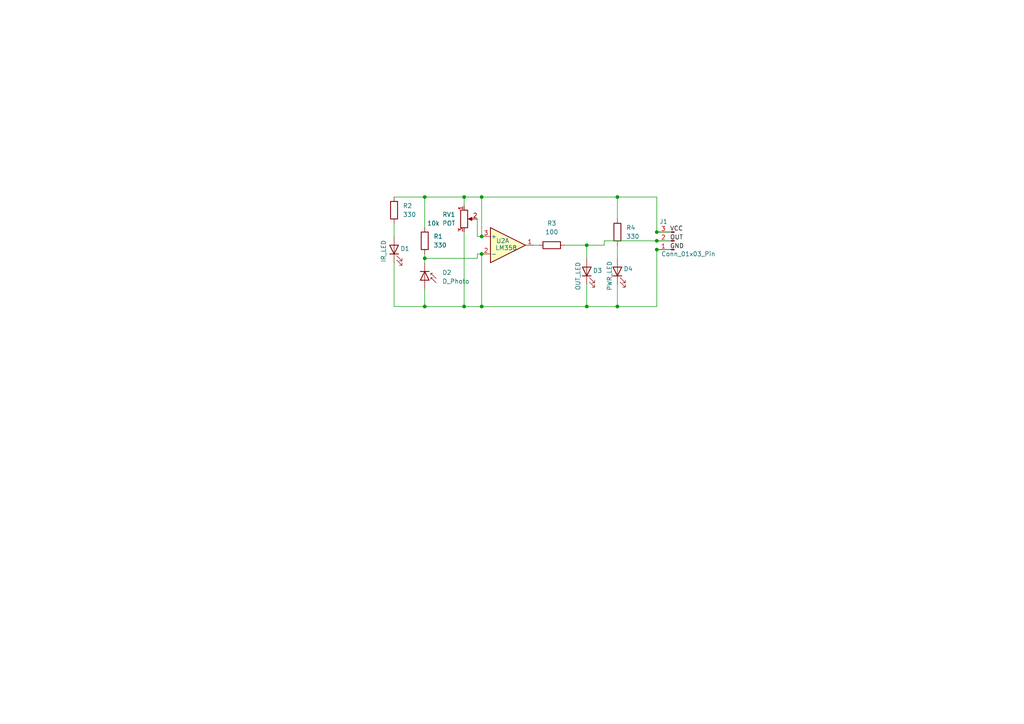
<source format=kicad_sch>
(kicad_sch
	(version 20250114)
	(generator "eeschema")
	(generator_version "9.0")
	(uuid "dcdb57a7-2f11-4c78-99ca-7806283c68d6")
	(paper "A4")
	(lib_symbols
		(symbol "Amplifier_Operational:LM358"
			(pin_names
				(offset 0.127)
			)
			(exclude_from_sim no)
			(in_bom yes)
			(on_board yes)
			(property "Reference" "U"
				(at 0 5.08 0)
				(effects
					(font
						(size 1.27 1.27)
					)
					(justify left)
				)
			)
			(property "Value" "LM358"
				(at 0 -5.08 0)
				(effects
					(font
						(size 1.27 1.27)
					)
					(justify left)
				)
			)
			(property "Footprint" ""
				(at 0 0 0)
				(effects
					(font
						(size 1.27 1.27)
					)
					(hide yes)
				)
			)
			(property "Datasheet" "http://www.ti.com/lit/ds/symlink/lm2904-n.pdf"
				(at 0 0 0)
				(effects
					(font
						(size 1.27 1.27)
					)
					(hide yes)
				)
			)
			(property "Description" "Low-Power, Dual Operational Amplifiers, DIP-8/SOIC-8/TO-99-8"
				(at 0 0 0)
				(effects
					(font
						(size 1.27 1.27)
					)
					(hide yes)
				)
			)
			(property "ki_locked" ""
				(at 0 0 0)
				(effects
					(font
						(size 1.27 1.27)
					)
				)
			)
			(property "ki_keywords" "dual opamp"
				(at 0 0 0)
				(effects
					(font
						(size 1.27 1.27)
					)
					(hide yes)
				)
			)
			(property "ki_fp_filters" "SOIC*3.9x4.9mm*P1.27mm* DIP*W7.62mm* TO*99* OnSemi*Micro8* TSSOP*3x3mm*P0.65mm* TSSOP*4.4x3mm*P0.65mm* MSOP*3x3mm*P0.65mm* SSOP*3.9x4.9mm*P0.635mm* LFCSP*2x2mm*P0.5mm* *SIP* SOIC*5.3x6.2mm*P1.27mm*"
				(at 0 0 0)
				(effects
					(font
						(size 1.27 1.27)
					)
					(hide yes)
				)
			)
			(symbol "LM358_1_1"
				(polyline
					(pts
						(xy -5.08 5.08) (xy 5.08 0) (xy -5.08 -5.08) (xy -5.08 5.08)
					)
					(stroke
						(width 0.254)
						(type default)
					)
					(fill
						(type background)
					)
				)
				(pin input line
					(at -7.62 2.54 0)
					(length 2.54)
					(name "+"
						(effects
							(font
								(size 1.27 1.27)
							)
						)
					)
					(number "3"
						(effects
							(font
								(size 1.27 1.27)
							)
						)
					)
				)
				(pin input line
					(at -7.62 -2.54 0)
					(length 2.54)
					(name "-"
						(effects
							(font
								(size 1.27 1.27)
							)
						)
					)
					(number "2"
						(effects
							(font
								(size 1.27 1.27)
							)
						)
					)
				)
				(pin output line
					(at 7.62 0 180)
					(length 2.54)
					(name "~"
						(effects
							(font
								(size 1.27 1.27)
							)
						)
					)
					(number "1"
						(effects
							(font
								(size 1.27 1.27)
							)
						)
					)
				)
			)
			(symbol "LM358_2_1"
				(polyline
					(pts
						(xy -5.08 5.08) (xy 5.08 0) (xy -5.08 -5.08) (xy -5.08 5.08)
					)
					(stroke
						(width 0.254)
						(type default)
					)
					(fill
						(type background)
					)
				)
				(pin input line
					(at -7.62 2.54 0)
					(length 2.54)
					(name "+"
						(effects
							(font
								(size 1.27 1.27)
							)
						)
					)
					(number "5"
						(effects
							(font
								(size 1.27 1.27)
							)
						)
					)
				)
				(pin input line
					(at -7.62 -2.54 0)
					(length 2.54)
					(name "-"
						(effects
							(font
								(size 1.27 1.27)
							)
						)
					)
					(number "6"
						(effects
							(font
								(size 1.27 1.27)
							)
						)
					)
				)
				(pin output line
					(at 7.62 0 180)
					(length 2.54)
					(name "~"
						(effects
							(font
								(size 1.27 1.27)
							)
						)
					)
					(number "7"
						(effects
							(font
								(size 1.27 1.27)
							)
						)
					)
				)
			)
			(symbol "LM358_3_1"
				(pin power_in line
					(at -2.54 7.62 270)
					(length 3.81)
					(name "V+"
						(effects
							(font
								(size 1.27 1.27)
							)
						)
					)
					(number "8"
						(effects
							(font
								(size 1.27 1.27)
							)
						)
					)
				)
				(pin power_in line
					(at -2.54 -7.62 90)
					(length 3.81)
					(name "V-"
						(effects
							(font
								(size 1.27 1.27)
							)
						)
					)
					(number "4"
						(effects
							(font
								(size 1.27 1.27)
							)
						)
					)
				)
			)
			(embedded_fonts no)
		)
		(symbol "Connector:Conn_01x03_Pin"
			(pin_names
				(offset 1.016)
				(hide yes)
			)
			(exclude_from_sim no)
			(in_bom yes)
			(on_board yes)
			(property "Reference" "J"
				(at 0 5.08 0)
				(effects
					(font
						(size 1.27 1.27)
					)
				)
			)
			(property "Value" "Conn_01x03_Pin"
				(at 0 -5.08 0)
				(effects
					(font
						(size 1.27 1.27)
					)
				)
			)
			(property "Footprint" ""
				(at 0 0 0)
				(effects
					(font
						(size 1.27 1.27)
					)
					(hide yes)
				)
			)
			(property "Datasheet" "~"
				(at 0 0 0)
				(effects
					(font
						(size 1.27 1.27)
					)
					(hide yes)
				)
			)
			(property "Description" "Generic connector, single row, 01x03, script generated"
				(at 0 0 0)
				(effects
					(font
						(size 1.27 1.27)
					)
					(hide yes)
				)
			)
			(property "ki_locked" ""
				(at 0 0 0)
				(effects
					(font
						(size 1.27 1.27)
					)
				)
			)
			(property "ki_keywords" "connector"
				(at 0 0 0)
				(effects
					(font
						(size 1.27 1.27)
					)
					(hide yes)
				)
			)
			(property "ki_fp_filters" "Connector*:*_1x??_*"
				(at 0 0 0)
				(effects
					(font
						(size 1.27 1.27)
					)
					(hide yes)
				)
			)
			(symbol "Conn_01x03_Pin_1_1"
				(rectangle
					(start 0.8636 2.667)
					(end 0 2.413)
					(stroke
						(width 0.1524)
						(type default)
					)
					(fill
						(type outline)
					)
				)
				(rectangle
					(start 0.8636 0.127)
					(end 0 -0.127)
					(stroke
						(width 0.1524)
						(type default)
					)
					(fill
						(type outline)
					)
				)
				(rectangle
					(start 0.8636 -2.413)
					(end 0 -2.667)
					(stroke
						(width 0.1524)
						(type default)
					)
					(fill
						(type outline)
					)
				)
				(polyline
					(pts
						(xy 1.27 2.54) (xy 0.8636 2.54)
					)
					(stroke
						(width 0.1524)
						(type default)
					)
					(fill
						(type none)
					)
				)
				(polyline
					(pts
						(xy 1.27 0) (xy 0.8636 0)
					)
					(stroke
						(width 0.1524)
						(type default)
					)
					(fill
						(type none)
					)
				)
				(polyline
					(pts
						(xy 1.27 -2.54) (xy 0.8636 -2.54)
					)
					(stroke
						(width 0.1524)
						(type default)
					)
					(fill
						(type none)
					)
				)
				(pin passive line
					(at 5.08 2.54 180)
					(length 3.81)
					(name "Pin_1"
						(effects
							(font
								(size 1.27 1.27)
							)
						)
					)
					(number "1"
						(effects
							(font
								(size 1.27 1.27)
							)
						)
					)
				)
				(pin passive line
					(at 5.08 0 180)
					(length 3.81)
					(name "Pin_2"
						(effects
							(font
								(size 1.27 1.27)
							)
						)
					)
					(number "2"
						(effects
							(font
								(size 1.27 1.27)
							)
						)
					)
				)
				(pin passive line
					(at 5.08 -2.54 180)
					(length 3.81)
					(name "Pin_3"
						(effects
							(font
								(size 1.27 1.27)
							)
						)
					)
					(number "3"
						(effects
							(font
								(size 1.27 1.27)
							)
						)
					)
				)
			)
			(embedded_fonts no)
		)
		(symbol "Device:D_Photo"
			(pin_numbers
				(hide yes)
			)
			(pin_names
				(hide yes)
			)
			(exclude_from_sim no)
			(in_bom yes)
			(on_board yes)
			(property "Reference" "D"
				(at 0.508 1.778 0)
				(effects
					(font
						(size 1.27 1.27)
					)
					(justify left)
				)
			)
			(property "Value" "D_Photo"
				(at -1.016 -2.794 0)
				(effects
					(font
						(size 1.27 1.27)
					)
				)
			)
			(property "Footprint" ""
				(at -1.27 0 0)
				(effects
					(font
						(size 1.27 1.27)
					)
					(hide yes)
				)
			)
			(property "Datasheet" "~"
				(at -1.27 0 0)
				(effects
					(font
						(size 1.27 1.27)
					)
					(hide yes)
				)
			)
			(property "Description" "Photodiode"
				(at 0 0 0)
				(effects
					(font
						(size 1.27 1.27)
					)
					(hide yes)
				)
			)
			(property "ki_keywords" "photodiode diode opto"
				(at 0 0 0)
				(effects
					(font
						(size 1.27 1.27)
					)
					(hide yes)
				)
			)
			(symbol "D_Photo_0_1"
				(polyline
					(pts
						(xy -2.54 1.27) (xy -2.54 -1.27)
					)
					(stroke
						(width 0.254)
						(type default)
					)
					(fill
						(type none)
					)
				)
				(polyline
					(pts
						(xy -2.032 1.778) (xy -1.524 1.778)
					)
					(stroke
						(width 0)
						(type default)
					)
					(fill
						(type none)
					)
				)
				(polyline
					(pts
						(xy -0.508 3.302) (xy -2.032 1.778) (xy -2.032 2.286)
					)
					(stroke
						(width 0)
						(type default)
					)
					(fill
						(type none)
					)
				)
				(polyline
					(pts
						(xy 0 0) (xy -2.54 0)
					)
					(stroke
						(width 0)
						(type default)
					)
					(fill
						(type none)
					)
				)
				(polyline
					(pts
						(xy 0 -1.27) (xy 0 1.27) (xy -2.54 0) (xy 0 -1.27)
					)
					(stroke
						(width 0.254)
						(type default)
					)
					(fill
						(type none)
					)
				)
				(polyline
					(pts
						(xy 0.762 3.302) (xy -0.762 1.778) (xy -0.762 2.286) (xy -0.762 1.778) (xy -0.254 1.778)
					)
					(stroke
						(width 0)
						(type default)
					)
					(fill
						(type none)
					)
				)
			)
			(symbol "D_Photo_1_1"
				(pin passive line
					(at -5.08 0 0)
					(length 2.54)
					(name "K"
						(effects
							(font
								(size 1.27 1.27)
							)
						)
					)
					(number "1"
						(effects
							(font
								(size 1.27 1.27)
							)
						)
					)
				)
				(pin passive line
					(at 2.54 0 180)
					(length 2.54)
					(name "A"
						(effects
							(font
								(size 1.27 1.27)
							)
						)
					)
					(number "2"
						(effects
							(font
								(size 1.27 1.27)
							)
						)
					)
				)
			)
			(embedded_fonts no)
		)
		(symbol "Device:LED"
			(pin_numbers
				(hide yes)
			)
			(pin_names
				(offset 1.016)
				(hide yes)
			)
			(exclude_from_sim no)
			(in_bom yes)
			(on_board yes)
			(property "Reference" "D"
				(at 0 2.54 0)
				(effects
					(font
						(size 1.27 1.27)
					)
				)
			)
			(property "Value" "LED"
				(at 0 -2.54 0)
				(effects
					(font
						(size 1.27 1.27)
					)
				)
			)
			(property "Footprint" ""
				(at 0 0 0)
				(effects
					(font
						(size 1.27 1.27)
					)
					(hide yes)
				)
			)
			(property "Datasheet" "~"
				(at 0 0 0)
				(effects
					(font
						(size 1.27 1.27)
					)
					(hide yes)
				)
			)
			(property "Description" "Light emitting diode"
				(at 0 0 0)
				(effects
					(font
						(size 1.27 1.27)
					)
					(hide yes)
				)
			)
			(property "Sim.Pins" "1=K 2=A"
				(at 0 0 0)
				(effects
					(font
						(size 1.27 1.27)
					)
					(hide yes)
				)
			)
			(property "ki_keywords" "LED diode"
				(at 0 0 0)
				(effects
					(font
						(size 1.27 1.27)
					)
					(hide yes)
				)
			)
			(property "ki_fp_filters" "LED* LED_SMD:* LED_THT:*"
				(at 0 0 0)
				(effects
					(font
						(size 1.27 1.27)
					)
					(hide yes)
				)
			)
			(symbol "LED_0_1"
				(polyline
					(pts
						(xy -3.048 -0.762) (xy -4.572 -2.286) (xy -3.81 -2.286) (xy -4.572 -2.286) (xy -4.572 -1.524)
					)
					(stroke
						(width 0)
						(type default)
					)
					(fill
						(type none)
					)
				)
				(polyline
					(pts
						(xy -1.778 -0.762) (xy -3.302 -2.286) (xy -2.54 -2.286) (xy -3.302 -2.286) (xy -3.302 -1.524)
					)
					(stroke
						(width 0)
						(type default)
					)
					(fill
						(type none)
					)
				)
				(polyline
					(pts
						(xy -1.27 0) (xy 1.27 0)
					)
					(stroke
						(width 0)
						(type default)
					)
					(fill
						(type none)
					)
				)
				(polyline
					(pts
						(xy -1.27 -1.27) (xy -1.27 1.27)
					)
					(stroke
						(width 0.254)
						(type default)
					)
					(fill
						(type none)
					)
				)
				(polyline
					(pts
						(xy 1.27 -1.27) (xy 1.27 1.27) (xy -1.27 0) (xy 1.27 -1.27)
					)
					(stroke
						(width 0.254)
						(type default)
					)
					(fill
						(type none)
					)
				)
			)
			(symbol "LED_1_1"
				(pin passive line
					(at -3.81 0 0)
					(length 2.54)
					(name "K"
						(effects
							(font
								(size 1.27 1.27)
							)
						)
					)
					(number "1"
						(effects
							(font
								(size 1.27 1.27)
							)
						)
					)
				)
				(pin passive line
					(at 3.81 0 180)
					(length 2.54)
					(name "A"
						(effects
							(font
								(size 1.27 1.27)
							)
						)
					)
					(number "2"
						(effects
							(font
								(size 1.27 1.27)
							)
						)
					)
				)
			)
			(embedded_fonts no)
		)
		(symbol "Device:R"
			(pin_numbers
				(hide yes)
			)
			(pin_names
				(offset 0)
			)
			(exclude_from_sim no)
			(in_bom yes)
			(on_board yes)
			(property "Reference" "R"
				(at 2.032 0 90)
				(effects
					(font
						(size 1.27 1.27)
					)
				)
			)
			(property "Value" "R"
				(at 0 0 90)
				(effects
					(font
						(size 1.27 1.27)
					)
				)
			)
			(property "Footprint" ""
				(at -1.778 0 90)
				(effects
					(font
						(size 1.27 1.27)
					)
					(hide yes)
				)
			)
			(property "Datasheet" "~"
				(at 0 0 0)
				(effects
					(font
						(size 1.27 1.27)
					)
					(hide yes)
				)
			)
			(property "Description" "Resistor"
				(at 0 0 0)
				(effects
					(font
						(size 1.27 1.27)
					)
					(hide yes)
				)
			)
			(property "ki_keywords" "R res resistor"
				(at 0 0 0)
				(effects
					(font
						(size 1.27 1.27)
					)
					(hide yes)
				)
			)
			(property "ki_fp_filters" "R_*"
				(at 0 0 0)
				(effects
					(font
						(size 1.27 1.27)
					)
					(hide yes)
				)
			)
			(symbol "R_0_1"
				(rectangle
					(start -1.016 -2.54)
					(end 1.016 2.54)
					(stroke
						(width 0.254)
						(type default)
					)
					(fill
						(type none)
					)
				)
			)
			(symbol "R_1_1"
				(pin passive line
					(at 0 3.81 270)
					(length 1.27)
					(name "~"
						(effects
							(font
								(size 1.27 1.27)
							)
						)
					)
					(number "1"
						(effects
							(font
								(size 1.27 1.27)
							)
						)
					)
				)
				(pin passive line
					(at 0 -3.81 90)
					(length 1.27)
					(name "~"
						(effects
							(font
								(size 1.27 1.27)
							)
						)
					)
					(number "2"
						(effects
							(font
								(size 1.27 1.27)
							)
						)
					)
				)
			)
			(embedded_fonts no)
		)
		(symbol "Device:R_Potentiometer"
			(pin_names
				(offset 1.016)
				(hide yes)
			)
			(exclude_from_sim no)
			(in_bom yes)
			(on_board yes)
			(property "Reference" "RV"
				(at -4.445 0 90)
				(effects
					(font
						(size 1.27 1.27)
					)
				)
			)
			(property "Value" "R_Potentiometer"
				(at -2.54 0 90)
				(effects
					(font
						(size 1.27 1.27)
					)
				)
			)
			(property "Footprint" ""
				(at 0 0 0)
				(effects
					(font
						(size 1.27 1.27)
					)
					(hide yes)
				)
			)
			(property "Datasheet" "~"
				(at 0 0 0)
				(effects
					(font
						(size 1.27 1.27)
					)
					(hide yes)
				)
			)
			(property "Description" "Potentiometer"
				(at 0 0 0)
				(effects
					(font
						(size 1.27 1.27)
					)
					(hide yes)
				)
			)
			(property "ki_keywords" "resistor variable"
				(at 0 0 0)
				(effects
					(font
						(size 1.27 1.27)
					)
					(hide yes)
				)
			)
			(property "ki_fp_filters" "Potentiometer*"
				(at 0 0 0)
				(effects
					(font
						(size 1.27 1.27)
					)
					(hide yes)
				)
			)
			(symbol "R_Potentiometer_0_1"
				(rectangle
					(start 1.016 2.54)
					(end -1.016 -2.54)
					(stroke
						(width 0.254)
						(type default)
					)
					(fill
						(type none)
					)
				)
				(polyline
					(pts
						(xy 1.143 0) (xy 2.286 0.508) (xy 2.286 -0.508) (xy 1.143 0)
					)
					(stroke
						(width 0)
						(type default)
					)
					(fill
						(type outline)
					)
				)
				(polyline
					(pts
						(xy 2.54 0) (xy 1.524 0)
					)
					(stroke
						(width 0)
						(type default)
					)
					(fill
						(type none)
					)
				)
			)
			(symbol "R_Potentiometer_1_1"
				(pin passive line
					(at 0 3.81 270)
					(length 1.27)
					(name "1"
						(effects
							(font
								(size 1.27 1.27)
							)
						)
					)
					(number "1"
						(effects
							(font
								(size 1.27 1.27)
							)
						)
					)
				)
				(pin passive line
					(at 0 -3.81 90)
					(length 1.27)
					(name "3"
						(effects
							(font
								(size 1.27 1.27)
							)
						)
					)
					(number "3"
						(effects
							(font
								(size 1.27 1.27)
							)
						)
					)
				)
				(pin passive line
					(at 3.81 0 180)
					(length 1.27)
					(name "2"
						(effects
							(font
								(size 1.27 1.27)
							)
						)
					)
					(number "2"
						(effects
							(font
								(size 1.27 1.27)
							)
						)
					)
				)
			)
			(embedded_fonts no)
		)
	)
	(junction
		(at 134.62 57.15)
		(diameter 0)
		(color 0 0 0 0)
		(uuid "00f350d5-cf47-4363-ae5c-a62ef89ae50a")
	)
	(junction
		(at 139.7 68.58)
		(diameter 0)
		(color 0 0 0 0)
		(uuid "26c4d2a3-2ef0-4b04-b3d6-4b83937bc692")
	)
	(junction
		(at 139.7 57.15)
		(diameter 0)
		(color 0 0 0 0)
		(uuid "3b767ce7-872c-436a-9674-95d2760d281a")
	)
	(junction
		(at 123.19 88.9)
		(diameter 0)
		(color 0 0 0 0)
		(uuid "47c34a8b-d649-4840-bb1d-82d8453a07e8")
	)
	(junction
		(at 170.18 88.9)
		(diameter 0)
		(color 0 0 0 0)
		(uuid "558d361f-3714-4809-a7d0-5dda808cfa5c")
	)
	(junction
		(at 139.7 73.66)
		(diameter 0)
		(color 0 0 0 0)
		(uuid "62d004dc-3d0b-4bdf-bacf-5ade9d6b67dd")
	)
	(junction
		(at 170.18 71.12)
		(diameter 0)
		(color 0 0 0 0)
		(uuid "62f8fb77-2de6-43d3-8418-1b3eb3bfbbf2")
	)
	(junction
		(at 190.5 69.85)
		(diameter 0)
		(color 0 0 0 0)
		(uuid "818b1662-1979-4fa6-8253-a4a60643cace")
	)
	(junction
		(at 190.5 72.39)
		(diameter 0)
		(color 0 0 0 0)
		(uuid "9a26354c-3b2e-45c1-9156-a5fbfd4e09a3")
	)
	(junction
		(at 179.07 57.15)
		(diameter 0)
		(color 0 0 0 0)
		(uuid "ada885f5-b5d6-45e2-90ef-bc68d849a684")
	)
	(junction
		(at 190.5 67.31)
		(diameter 0)
		(color 0 0 0 0)
		(uuid "b071ced9-4908-4d4a-8fcd-13df5c0c915e")
	)
	(junction
		(at 139.7 88.9)
		(diameter 0)
		(color 0 0 0 0)
		(uuid "b37a9151-9bf0-4853-b872-b411fe5c02f0")
	)
	(junction
		(at 179.07 88.9)
		(diameter 0)
		(color 0 0 0 0)
		(uuid "d09c48c9-d5af-4557-b7ba-41b31da77145")
	)
	(junction
		(at 134.62 88.9)
		(diameter 0)
		(color 0 0 0 0)
		(uuid "d1085fdd-76ea-4df4-8d12-d22bf0ff6b01")
	)
	(junction
		(at 123.19 74.93)
		(diameter 0)
		(color 0 0 0 0)
		(uuid "f85ea141-b320-4c69-9ea1-aa68580dbba1")
	)
	(junction
		(at 123.19 57.15)
		(diameter 0)
		(color 0 0 0 0)
		(uuid "f8ab44a1-8416-419f-ae46-d19a65667bb7")
	)
	(wire
		(pts
			(xy 138.43 63.5) (xy 138.43 68.58)
		)
		(stroke
			(width 0)
			(type default)
		)
		(uuid "03197c9c-b9c7-47bb-ac7e-f2199340dd5d")
	)
	(wire
		(pts
			(xy 138.43 73.66) (xy 139.7 73.66)
		)
		(stroke
			(width 0)
			(type default)
		)
		(uuid "11218078-5f13-4815-951c-ae2443b54c69")
	)
	(wire
		(pts
			(xy 134.62 67.31) (xy 134.62 88.9)
		)
		(stroke
			(width 0)
			(type default)
		)
		(uuid "14a7f4bb-8d04-47df-82c4-1213af649fea")
	)
	(wire
		(pts
			(xy 154.94 71.12) (xy 156.21 71.12)
		)
		(stroke
			(width 0)
			(type default)
		)
		(uuid "1cba53fe-aa44-47de-9f66-67d33001c248")
	)
	(wire
		(pts
			(xy 179.07 88.9) (xy 190.5 88.9)
		)
		(stroke
			(width 0)
			(type default)
		)
		(uuid "24b3a909-1ac7-4fc4-9daa-2e2d46d1c8b5")
	)
	(wire
		(pts
			(xy 179.07 71.12) (xy 179.07 74.93)
		)
		(stroke
			(width 0)
			(type default)
		)
		(uuid "2510ccf3-09b4-490a-ba04-86e2c1bf4578")
	)
	(wire
		(pts
			(xy 190.5 88.9) (xy 190.5 72.39)
		)
		(stroke
			(width 0)
			(type default)
		)
		(uuid "278a858f-9789-4d51-9e9b-f53df8bf59e0")
	)
	(wire
		(pts
			(xy 139.7 57.15) (xy 179.07 57.15)
		)
		(stroke
			(width 0)
			(type default)
		)
		(uuid "27e4da3f-ac35-42e7-b154-7a71741b8b81")
	)
	(wire
		(pts
			(xy 123.19 57.15) (xy 123.19 66.04)
		)
		(stroke
			(width 0)
			(type default)
		)
		(uuid "36354132-af45-48a0-9983-8ba2cc7beb2b")
	)
	(wire
		(pts
			(xy 179.07 57.15) (xy 179.07 63.5)
		)
		(stroke
			(width 0)
			(type default)
		)
		(uuid "5718c854-fd8b-489f-a890-a636987b15e7")
	)
	(wire
		(pts
			(xy 179.07 82.55) (xy 179.07 88.9)
		)
		(stroke
			(width 0)
			(type default)
		)
		(uuid "590eaabe-2f68-48c8-9578-3c2247dd364d")
	)
	(wire
		(pts
			(xy 123.19 83.82) (xy 123.19 88.9)
		)
		(stroke
			(width 0)
			(type default)
		)
		(uuid "63fee0d4-0b7e-4e81-abfa-9cfa3623048a")
	)
	(wire
		(pts
			(xy 175.26 69.85) (xy 190.5 69.85)
		)
		(stroke
			(width 0)
			(type default)
		)
		(uuid "68b52565-62f3-4d17-9628-b1092157085a")
	)
	(wire
		(pts
			(xy 179.07 57.15) (xy 190.5 57.15)
		)
		(stroke
			(width 0)
			(type default)
		)
		(uuid "6d4f0783-b98b-400a-aa53-cde11e9f3092")
	)
	(wire
		(pts
			(xy 190.5 69.85) (xy 194.31 69.85)
		)
		(stroke
			(width 0)
			(type default)
		)
		(uuid "6d94cc82-6624-4eff-bacb-59fcec12fc39")
	)
	(wire
		(pts
			(xy 114.3 57.15) (xy 123.19 57.15)
		)
		(stroke
			(width 0)
			(type default)
		)
		(uuid "8dc0bda6-9785-41ca-b3b5-a05f8fe430e8")
	)
	(wire
		(pts
			(xy 190.5 72.39) (xy 194.31 72.39)
		)
		(stroke
			(width 0)
			(type default)
		)
		(uuid "8e09079e-6f79-4cd7-98bb-163fbf3e969c")
	)
	(wire
		(pts
			(xy 123.19 73.66) (xy 123.19 74.93)
		)
		(stroke
			(width 0)
			(type default)
		)
		(uuid "9086be36-5810-40b8-bc25-caa273818858")
	)
	(wire
		(pts
			(xy 170.18 71.12) (xy 175.26 71.12)
		)
		(stroke
			(width 0)
			(type default)
		)
		(uuid "9e398f70-dce5-4bb3-906e-6026ac2ab1a2")
	)
	(wire
		(pts
			(xy 170.18 82.55) (xy 170.18 88.9)
		)
		(stroke
			(width 0)
			(type default)
		)
		(uuid "a473ee7b-163a-4d3d-8d1c-da1e6d03d025")
	)
	(wire
		(pts
			(xy 134.62 57.15) (xy 134.62 59.69)
		)
		(stroke
			(width 0)
			(type default)
		)
		(uuid "a54e5974-51e6-4415-afd7-448ed2d5452d")
	)
	(wire
		(pts
			(xy 170.18 88.9) (xy 179.07 88.9)
		)
		(stroke
			(width 0)
			(type default)
		)
		(uuid "a57dbdfd-4513-47fe-85b2-1576e838961d")
	)
	(wire
		(pts
			(xy 194.31 67.31) (xy 190.5 67.31)
		)
		(stroke
			(width 0)
			(type default)
		)
		(uuid "a6afea72-6c3d-4fdc-b439-5171da9ac93a")
	)
	(wire
		(pts
			(xy 170.18 71.12) (xy 170.18 74.93)
		)
		(stroke
			(width 0)
			(type default)
		)
		(uuid "a6de91d6-5304-4341-b6ec-a83b3fbc9f12")
	)
	(wire
		(pts
			(xy 139.7 88.9) (xy 170.18 88.9)
		)
		(stroke
			(width 0)
			(type default)
		)
		(uuid "ad71fee3-235c-4e28-861a-ad4560f3c329")
	)
	(wire
		(pts
			(xy 139.7 57.15) (xy 139.7 68.58)
		)
		(stroke
			(width 0)
			(type default)
		)
		(uuid "b2e09d72-8ddf-4f22-ab83-3c0e9a77a299")
	)
	(wire
		(pts
			(xy 138.43 74.93) (xy 138.43 73.66)
		)
		(stroke
			(width 0)
			(type default)
		)
		(uuid "b566b7d6-a6ed-43e9-9b0a-b4af14dd7431")
	)
	(wire
		(pts
			(xy 163.83 71.12) (xy 170.18 71.12)
		)
		(stroke
			(width 0)
			(type default)
		)
		(uuid "b9613a1a-20e2-42f4-ab1b-ecbfe8161d59")
	)
	(wire
		(pts
			(xy 134.62 88.9) (xy 139.7 88.9)
		)
		(stroke
			(width 0)
			(type default)
		)
		(uuid "b9fdcd7f-58da-49da-9b9a-c4ebef285421")
	)
	(wire
		(pts
			(xy 134.62 57.15) (xy 139.7 57.15)
		)
		(stroke
			(width 0)
			(type default)
		)
		(uuid "beac5546-5cfe-49c4-a465-5090a6099e2c")
	)
	(wire
		(pts
			(xy 123.19 74.93) (xy 138.43 74.93)
		)
		(stroke
			(width 0)
			(type default)
		)
		(uuid "c0eb74a7-3f65-46d4-a1e6-298ea1ffdd5d")
	)
	(wire
		(pts
			(xy 114.3 76.2) (xy 114.3 88.9)
		)
		(stroke
			(width 0)
			(type default)
		)
		(uuid "d182aa7e-3cdc-4a75-8e88-8430e27f2939")
	)
	(wire
		(pts
			(xy 114.3 64.77) (xy 114.3 68.58)
		)
		(stroke
			(width 0)
			(type default)
		)
		(uuid "dd43b16d-eeb5-41a5-83e3-4bf36ec3879f")
	)
	(wire
		(pts
			(xy 114.3 88.9) (xy 123.19 88.9)
		)
		(stroke
			(width 0)
			(type default)
		)
		(uuid "e2a09a81-a2ac-4f66-866e-1de9d05b1fd2")
	)
	(wire
		(pts
			(xy 138.43 68.58) (xy 139.7 68.58)
		)
		(stroke
			(width 0)
			(type default)
		)
		(uuid "e7bfd784-eba2-4e24-b539-034df53521eb")
	)
	(wire
		(pts
			(xy 139.7 73.66) (xy 139.7 88.9)
		)
		(stroke
			(width 0)
			(type default)
		)
		(uuid "e828e248-7a6d-44aa-a343-14e04882ccbe")
	)
	(wire
		(pts
			(xy 123.19 74.93) (xy 123.19 76.2)
		)
		(stroke
			(width 0)
			(type default)
		)
		(uuid "e90103f0-10e6-4ffc-9997-98ff2f4fe820")
	)
	(wire
		(pts
			(xy 175.26 71.12) (xy 175.26 69.85)
		)
		(stroke
			(width 0)
			(type default)
		)
		(uuid "f24bb1b6-69cf-44b8-894e-c8497ee3a21f")
	)
	(wire
		(pts
			(xy 190.5 57.15) (xy 190.5 67.31)
		)
		(stroke
			(width 0)
			(type default)
		)
		(uuid "f73da299-3ba8-473d-ba28-e00b5d51c7d1")
	)
	(wire
		(pts
			(xy 123.19 88.9) (xy 134.62 88.9)
		)
		(stroke
			(width 0)
			(type default)
		)
		(uuid "fbd5dc9a-93ae-4794-a793-c12e4869533a")
	)
	(wire
		(pts
			(xy 123.19 57.15) (xy 134.62 57.15)
		)
		(stroke
			(width 0)
			(type default)
		)
		(uuid "feef5e08-f95b-4ca5-b491-277cf667880c")
	)
	(label "OUT"
		(at 194.31 69.85 0)
		(effects
			(font
				(size 1.27 1.27)
			)
			(justify left bottom)
		)
		(uuid "0a428db5-f918-460c-a004-a2170c740ea5")
	)
	(label "GND"
		(at 194.31 72.39 0)
		(effects
			(font
				(size 1.27 1.27)
			)
			(justify left bottom)
		)
		(uuid "51001436-05f7-401d-a59d-fdb57a70e2bd")
	)
	(label "VCC"
		(at 194.31 67.31 0)
		(effects
			(font
				(size 1.27 1.27)
			)
			(justify left bottom)
		)
		(uuid "ddfcdc56-fbe3-4a5e-a474-9d4c3dff3185")
	)
	(symbol
		(lib_id "Device:R")
		(at 179.07 67.31 180)
		(unit 1)
		(exclude_from_sim no)
		(in_bom yes)
		(on_board yes)
		(dnp no)
		(fields_autoplaced yes)
		(uuid "04a4d7f2-b47e-44aa-a0bd-b839ba2365e9")
		(property "Reference" "R4"
			(at 181.61 66.0399 0)
			(effects
				(font
					(size 1.27 1.27)
				)
				(justify right)
			)
		)
		(property "Value" "330"
			(at 181.61 68.5799 0)
			(effects
				(font
					(size 1.27 1.27)
				)
				(justify right)
			)
		)
		(property "Footprint" "Resistor_SMD:R_0805_2012Metric"
			(at 180.848 67.31 90)
			(effects
				(font
					(size 1.27 1.27)
				)
				(hide yes)
			)
		)
		(property "Datasheet" "~"
			(at 179.07 67.31 0)
			(effects
				(font
					(size 1.27 1.27)
				)
				(hide yes)
			)
		)
		(property "Description" "Resistor"
			(at 179.07 67.31 0)
			(effects
				(font
					(size 1.27 1.27)
				)
				(hide yes)
			)
		)
		(pin "2"
			(uuid "9ce69757-78f3-4e23-9376-5a3488a2a7ff")
		)
		(pin "1"
			(uuid "4b26c1c0-0552-459d-b720-ace0254ff959")
		)
		(instances
			(project "2-Layer-Proximity-PCB"
				(path "/dcdb57a7-2f11-4c78-99ca-7806283c68d6"
					(reference "R4")
					(unit 1)
				)
			)
		)
	)
	(symbol
		(lib_id "Device:LED")
		(at 114.3 72.39 90)
		(unit 1)
		(exclude_from_sim no)
		(in_bom yes)
		(on_board yes)
		(dnp no)
		(uuid "1fa58522-dcb9-47f3-a897-1053684e33c4")
		(property "Reference" "D1"
			(at 116.078 72.136 90)
			(effects
				(font
					(size 1.27 1.27)
				)
				(justify right)
			)
		)
		(property "Value" "IR_LED"
			(at 111.252 69.596 0)
			(effects
				(font
					(size 1.27 1.27)
				)
				(justify right)
			)
		)
		(property "Footprint" "LED_THT:LED_D5.0mm_Horizontal_O3.81mm_Z3.0mm"
			(at 114.3 72.39 0)
			(effects
				(font
					(size 1.27 1.27)
				)
				(hide yes)
			)
		)
		(property "Datasheet" "~"
			(at 114.3 72.39 0)
			(effects
				(font
					(size 1.27 1.27)
				)
				(hide yes)
			)
		)
		(property "Description" "Light emitting diode"
			(at 114.3 72.39 0)
			(effects
				(font
					(size 1.27 1.27)
				)
				(hide yes)
			)
		)
		(property "Sim.Pins" "1=K 2=A"
			(at 114.3 72.39 0)
			(effects
				(font
					(size 1.27 1.27)
				)
				(hide yes)
			)
		)
		(pin "1"
			(uuid "ae5453f2-a02e-4c71-ae8c-0d2c9e4c02bb")
		)
		(pin "2"
			(uuid "fc90069f-cfc5-4d3a-acbc-42e84cdcd567")
		)
		(instances
			(project ""
				(path "/dcdb57a7-2f11-4c78-99ca-7806283c68d6"
					(reference "D1")
					(unit 1)
				)
			)
		)
	)
	(symbol
		(lib_id "Device:R")
		(at 123.19 69.85 0)
		(unit 1)
		(exclude_from_sim no)
		(in_bom yes)
		(on_board yes)
		(dnp no)
		(fields_autoplaced yes)
		(uuid "2c0ceb94-74f6-4b9a-9115-417376b986fd")
		(property "Reference" "R1"
			(at 125.73 68.5799 0)
			(effects
				(font
					(size 1.27 1.27)
				)
				(justify left)
			)
		)
		(property "Value" "330"
			(at 125.73 71.1199 0)
			(effects
				(font
					(size 1.27 1.27)
				)
				(justify left)
			)
		)
		(property "Footprint" "Resistor_SMD:R_0805_2012Metric"
			(at 121.412 69.85 90)
			(effects
				(font
					(size 1.27 1.27)
				)
				(hide yes)
			)
		)
		(property "Datasheet" "~"
			(at 123.19 69.85 0)
			(effects
				(font
					(size 1.27 1.27)
				)
				(hide yes)
			)
		)
		(property "Description" "Resistor"
			(at 123.19 69.85 0)
			(effects
				(font
					(size 1.27 1.27)
				)
				(hide yes)
			)
		)
		(pin "2"
			(uuid "187eb5e5-1fb7-4754-a1ed-907b8be87415")
		)
		(pin "1"
			(uuid "b438ae72-fc3a-4399-a8cc-ce6e584bd986")
		)
		(instances
			(project ""
				(path "/dcdb57a7-2f11-4c78-99ca-7806283c68d6"
					(reference "R1")
					(unit 1)
				)
			)
		)
	)
	(symbol
		(lib_id "Device:R")
		(at 114.3 60.96 0)
		(unit 1)
		(exclude_from_sim no)
		(in_bom yes)
		(on_board yes)
		(dnp no)
		(fields_autoplaced yes)
		(uuid "3b2ec9bd-d655-4798-931e-70f56240e5de")
		(property "Reference" "R2"
			(at 116.84 59.6899 0)
			(effects
				(font
					(size 1.27 1.27)
				)
				(justify left)
			)
		)
		(property "Value" "330"
			(at 116.84 62.2299 0)
			(effects
				(font
					(size 1.27 1.27)
				)
				(justify left)
			)
		)
		(property "Footprint" "Resistor_SMD:R_0805_2012Metric"
			(at 112.522 60.96 90)
			(effects
				(font
					(size 1.27 1.27)
				)
				(hide yes)
			)
		)
		(property "Datasheet" "~"
			(at 114.3 60.96 0)
			(effects
				(font
					(size 1.27 1.27)
				)
				(hide yes)
			)
		)
		(property "Description" "Resistor"
			(at 114.3 60.96 0)
			(effects
				(font
					(size 1.27 1.27)
				)
				(hide yes)
			)
		)
		(pin "2"
			(uuid "9a48defb-2587-4aa7-bc47-d67bdbd5a1ff")
		)
		(pin "1"
			(uuid "e291ec50-e3ff-403d-a108-91f1056f73de")
		)
		(instances
			(project "2-Layer-Proximity-PCB"
				(path "/dcdb57a7-2f11-4c78-99ca-7806283c68d6"
					(reference "R2")
					(unit 1)
				)
			)
		)
	)
	(symbol
		(lib_id "Device:LED")
		(at 179.07 78.74 90)
		(unit 1)
		(exclude_from_sim no)
		(in_bom yes)
		(on_board yes)
		(dnp no)
		(uuid "474595db-138d-492b-85ea-29cd466beb33")
		(property "Reference" "D4"
			(at 180.848 77.978 90)
			(effects
				(font
					(size 1.27 1.27)
				)
				(justify right)
			)
		)
		(property "Value" "PWR_LED"
			(at 176.784 75.692 0)
			(effects
				(font
					(size 1.27 1.27)
				)
				(justify right)
			)
		)
		(property "Footprint" "LED_SMD:LED_0805_2012Metric_Pad1.15x1.40mm_HandSolder"
			(at 179.07 78.74 0)
			(effects
				(font
					(size 1.27 1.27)
				)
				(hide yes)
			)
		)
		(property "Datasheet" "~"
			(at 179.07 78.74 0)
			(effects
				(font
					(size 1.27 1.27)
				)
				(hide yes)
			)
		)
		(property "Description" "Light emitting diode"
			(at 179.07 78.74 0)
			(effects
				(font
					(size 1.27 1.27)
				)
				(hide yes)
			)
		)
		(property "Sim.Pins" "1=K 2=A"
			(at 179.07 78.74 0)
			(effects
				(font
					(size 1.27 1.27)
				)
				(hide yes)
			)
		)
		(pin "1"
			(uuid "3725a2a2-3f1d-4d61-b3cf-c77a1e0e7a33")
		)
		(pin "2"
			(uuid "3fac5aa6-f7b0-4a73-be3d-bf2ce5266186")
		)
		(instances
			(project "2-Layer-Proximity-PCB"
				(path "/dcdb57a7-2f11-4c78-99ca-7806283c68d6"
					(reference "D4")
					(unit 1)
				)
			)
		)
	)
	(symbol
		(lib_id "Device:D_Photo")
		(at 123.19 81.28 270)
		(unit 1)
		(exclude_from_sim no)
		(in_bom yes)
		(on_board yes)
		(dnp no)
		(fields_autoplaced yes)
		(uuid "54677a05-7d1f-4a42-91c9-4c1fa0eb4913")
		(property "Reference" "D2"
			(at 128.27 79.0574 90)
			(effects
				(font
					(size 1.27 1.27)
				)
				(justify left)
			)
		)
		(property "Value" "D_Photo"
			(at 128.27 81.5974 90)
			(effects
				(font
					(size 1.27 1.27)
				)
				(justify left)
			)
		)
		(property "Footprint" "LED_THT:LED_D5.0mm_Horizontal_O3.81mm_Z3.0mm"
			(at 123.19 80.01 0)
			(effects
				(font
					(size 1.27 1.27)
				)
				(hide yes)
			)
		)
		(property "Datasheet" "~"
			(at 123.19 80.01 0)
			(effects
				(font
					(size 1.27 1.27)
				)
				(hide yes)
			)
		)
		(property "Description" "Photodiode"
			(at 123.19 81.28 0)
			(effects
				(font
					(size 1.27 1.27)
				)
				(hide yes)
			)
		)
		(pin "2"
			(uuid "70a3ea77-3097-4dc9-8562-12e088757bbb")
		)
		(pin "1"
			(uuid "285c7506-c1f0-4b0b-8793-9957ed5916c1")
		)
		(instances
			(project ""
				(path "/dcdb57a7-2f11-4c78-99ca-7806283c68d6"
					(reference "D2")
					(unit 1)
				)
			)
		)
	)
	(symbol
		(lib_id "Device:R")
		(at 160.02 71.12 90)
		(unit 1)
		(exclude_from_sim no)
		(in_bom yes)
		(on_board yes)
		(dnp no)
		(fields_autoplaced yes)
		(uuid "6d9f9f43-c6a1-4d24-94b8-2080092d0739")
		(property "Reference" "R3"
			(at 160.02 64.77 90)
			(effects
				(font
					(size 1.27 1.27)
				)
			)
		)
		(property "Value" "100"
			(at 160.02 67.31 90)
			(effects
				(font
					(size 1.27 1.27)
				)
			)
		)
		(property "Footprint" "Resistor_SMD:R_0805_2012Metric"
			(at 160.02 72.898 90)
			(effects
				(font
					(size 1.27 1.27)
				)
				(hide yes)
			)
		)
		(property "Datasheet" "~"
			(at 160.02 71.12 0)
			(effects
				(font
					(size 1.27 1.27)
				)
				(hide yes)
			)
		)
		(property "Description" "Resistor"
			(at 160.02 71.12 0)
			(effects
				(font
					(size 1.27 1.27)
				)
				(hide yes)
			)
		)
		(pin "2"
			(uuid "87b738bc-dedc-4cec-a3e6-92896a820bb4")
		)
		(pin "1"
			(uuid "7c901cbb-a29d-4b71-be3d-1fc9ad038e9e")
		)
		(instances
			(project "2-Layer-Proximity-PCB"
				(path "/dcdb57a7-2f11-4c78-99ca-7806283c68d6"
					(reference "R3")
					(unit 1)
				)
			)
		)
	)
	(symbol
		(lib_id "Connector:Conn_01x03_Pin")
		(at 195.58 69.85 180)
		(unit 1)
		(exclude_from_sim no)
		(in_bom yes)
		(on_board yes)
		(dnp no)
		(uuid "9186e98e-81cb-4e95-bf3a-2f1cb68f8219")
		(property "Reference" "J1"
			(at 191.262 64.262 0)
			(effects
				(font
					(size 1.27 1.27)
				)
				(justify right)
			)
		)
		(property "Value" "Conn_01x03_Pin"
			(at 191.77 73.66 0)
			(effects
				(font
					(size 1.27 1.27)
				)
				(justify right)
			)
		)
		(property "Footprint" "Connector_PinHeader_2.54mm:PinHeader_1x03_P2.54mm_Horizontal"
			(at 195.58 69.85 0)
			(effects
				(font
					(size 1.27 1.27)
				)
				(hide yes)
			)
		)
		(property "Datasheet" "~"
			(at 195.58 69.85 0)
			(effects
				(font
					(size 1.27 1.27)
				)
				(hide yes)
			)
		)
		(property "Description" "Generic connector, single row, 01x03, script generated"
			(at 195.58 69.85 0)
			(effects
				(font
					(size 1.27 1.27)
				)
				(hide yes)
			)
		)
		(pin "1"
			(uuid "45a88c3c-3087-447b-aa76-315f1d7fdb5d")
		)
		(pin "2"
			(uuid "4baa4370-ff0b-4fa6-8abb-d2606fa51624")
		)
		(pin "3"
			(uuid "b4026403-cb22-446b-b59d-99ad947a655c")
		)
		(instances
			(project ""
				(path "/dcdb57a7-2f11-4c78-99ca-7806283c68d6"
					(reference "J1")
					(unit 1)
				)
			)
		)
	)
	(symbol
		(lib_id "Amplifier_Operational:LM358")
		(at 147.32 71.12 0)
		(unit 1)
		(exclude_from_sim no)
		(in_bom yes)
		(on_board yes)
		(dnp no)
		(uuid "bd77fe4d-e25d-4165-b873-371b9ca9a1ae")
		(property "Reference" "U2"
			(at 145.796 69.85 0)
			(effects
				(font
					(size 1.27 1.27)
				)
			)
		)
		(property "Value" "LM358"
			(at 146.812 71.882 0)
			(effects
				(font
					(size 1.27 1.27)
				)
			)
		)
		(property "Footprint" "Package_SO:SOIC-8_3.9x4.9mm_P1.27mm"
			(at 147.32 71.12 0)
			(effects
				(font
					(size 1.27 1.27)
				)
				(hide yes)
			)
		)
		(property "Datasheet" "http://www.ti.com/lit/ds/symlink/lm2904-n.pdf"
			(at 147.32 71.12 0)
			(effects
				(font
					(size 1.27 1.27)
				)
				(hide yes)
			)
		)
		(property "Description" "Low-Power, Dual Operational Amplifiers, DIP-8/SOIC-8/TO-99-8"
			(at 147.32 71.12 0)
			(effects
				(font
					(size 1.27 1.27)
				)
				(hide yes)
			)
		)
		(pin "8"
			(uuid "e51661f1-4314-4a04-a25f-00088f6c8e88")
		)
		(pin "2"
			(uuid "ccceb57c-7275-46aa-9f6d-8e4374cb6579")
		)
		(pin "7"
			(uuid "2263cc44-d996-4c04-a50a-435f845d8341")
		)
		(pin "3"
			(uuid "f4e7bf4d-83e7-4676-87af-5974d9eadec2")
		)
		(pin "1"
			(uuid "cdecc5ab-8809-43af-a954-fce78f8afdc7")
		)
		(pin "4"
			(uuid "bc726a1d-0322-4266-8151-fdd32d9e6045")
		)
		(pin "6"
			(uuid "6a59911b-a20f-493a-b442-5d49ac60d42d")
		)
		(pin "5"
			(uuid "99b59369-7fa2-45b0-9166-0561679b5cb9")
		)
		(instances
			(project ""
				(path "/dcdb57a7-2f11-4c78-99ca-7806283c68d6"
					(reference "U2")
					(unit 1)
				)
			)
		)
	)
	(symbol
		(lib_id "Device:LED")
		(at 170.18 78.74 90)
		(unit 1)
		(exclude_from_sim no)
		(in_bom yes)
		(on_board yes)
		(dnp no)
		(uuid "bf2cf572-4401-4cd4-921d-ce3dc56a3f21")
		(property "Reference" "D3"
			(at 171.958 78.486 90)
			(effects
				(font
					(size 1.27 1.27)
				)
				(justify right)
			)
		)
		(property "Value" "OUT_LED"
			(at 167.64 75.946 0)
			(effects
				(font
					(size 1.27 1.27)
				)
				(justify right)
			)
		)
		(property "Footprint" "LED_SMD:LED_0805_2012Metric_Pad1.15x1.40mm_HandSolder"
			(at 170.18 78.74 0)
			(effects
				(font
					(size 1.27 1.27)
				)
				(hide yes)
			)
		)
		(property "Datasheet" "~"
			(at 170.18 78.74 0)
			(effects
				(font
					(size 1.27 1.27)
				)
				(hide yes)
			)
		)
		(property "Description" "Light emitting diode"
			(at 170.18 78.74 0)
			(effects
				(font
					(size 1.27 1.27)
				)
				(hide yes)
			)
		)
		(property "Sim.Pins" "1=K 2=A"
			(at 170.18 78.74 0)
			(effects
				(font
					(size 1.27 1.27)
				)
				(hide yes)
			)
		)
		(pin "1"
			(uuid "1ab2fbce-f7ff-49e2-bbf7-ffb83c28fd55")
		)
		(pin "2"
			(uuid "92d5c100-a681-4c20-9095-5d563b24049b")
		)
		(instances
			(project "2-Layer-Proximity-PCB"
				(path "/dcdb57a7-2f11-4c78-99ca-7806283c68d6"
					(reference "D3")
					(unit 1)
				)
			)
		)
	)
	(symbol
		(lib_id "Device:R_Potentiometer")
		(at 134.62 63.5 0)
		(unit 1)
		(exclude_from_sim no)
		(in_bom yes)
		(on_board yes)
		(dnp no)
		(uuid "d65ae773-4f9e-4715-a026-2478fc85124a")
		(property "Reference" "RV1"
			(at 132.08 62.2299 0)
			(effects
				(font
					(size 1.27 1.27)
				)
				(justify right)
			)
		)
		(property "Value" "10k POT"
			(at 132.08 64.7699 0)
			(effects
				(font
					(size 1.27 1.27)
				)
				(justify right)
			)
		)
		(property "Footprint" "Potentiometer_THT:Potentiometer_ACP_CA9-V10_Vertical_Hole"
			(at 134.62 63.5 0)
			(effects
				(font
					(size 1.27 1.27)
				)
				(hide yes)
			)
		)
		(property "Datasheet" "~"
			(at 134.62 63.5 0)
			(effects
				(font
					(size 1.27 1.27)
				)
				(hide yes)
			)
		)
		(property "Description" "Potentiometer"
			(at 134.62 63.5 0)
			(effects
				(font
					(size 1.27 1.27)
				)
				(hide yes)
			)
		)
		(pin "1"
			(uuid "5e2777b9-4eb8-4926-b579-57ca486ea82d")
		)
		(pin "2"
			(uuid "67e0946c-156a-46f0-a193-a1a05c6b56d7")
		)
		(pin "3"
			(uuid "aebfa01b-b939-4be7-b9c3-a04c3f1c0ad6")
		)
		(instances
			(project ""
				(path "/dcdb57a7-2f11-4c78-99ca-7806283c68d6"
					(reference "RV1")
					(unit 1)
				)
			)
		)
	)
	(sheet_instances
		(path "/"
			(page "1")
		)
	)
	(embedded_fonts no)
)

</source>
